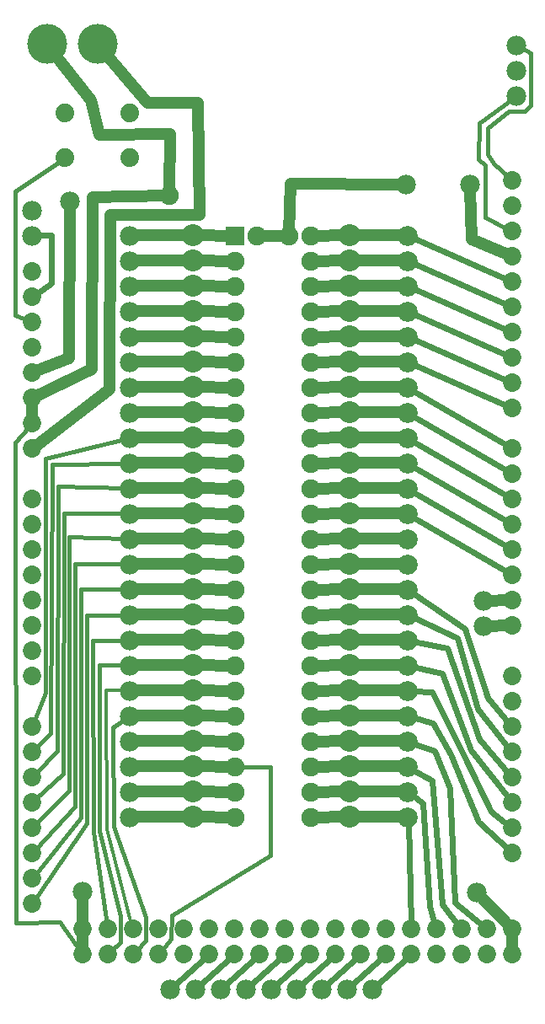
<source format=gtl>
G04 MADE WITH FRITZING*
G04 WWW.FRITZING.ORG*
G04 DOUBLE SIDED*
G04 HOLES PLATED*
G04 CONTOUR ON CENTER OF CONTOUR VECTOR*
%ASAXBY*%
%FSLAX23Y23*%
%MOIN*%
%OFA0B0*%
%SFA1.0B1.0*%
%ADD10C,0.075000*%
%ADD11C,0.072917*%
%ADD12C,0.078000*%
%ADD13C,0.079370*%
%ADD14C,0.087244*%
%ADD15C,0.157480*%
%ADD16C,0.074000*%
%ADD17C,0.075433*%
%ADD18R,0.075000X0.075000*%
%ADD19C,0.048000*%
%ADD20C,0.016000*%
%ADD21C,0.012000*%
%ADD22C,0.024000*%
%LNCOPPER1*%
G90*
G70*
G54D10*
X906Y3052D03*
X1206Y3052D03*
X906Y2952D03*
X1206Y2952D03*
X906Y2852D03*
X1206Y2852D03*
X906Y2752D03*
X1206Y2752D03*
X906Y2652D03*
X1206Y2652D03*
X906Y2552D03*
X1206Y2552D03*
X906Y2452D03*
X1206Y2452D03*
X906Y2352D03*
X1206Y2352D03*
X906Y2252D03*
X1206Y2252D03*
X906Y2152D03*
X1206Y2152D03*
X906Y2052D03*
X1206Y2052D03*
X906Y1952D03*
X1206Y1952D03*
X906Y1852D03*
X1206Y1852D03*
X906Y1752D03*
X1206Y1752D03*
X906Y1652D03*
X1206Y1652D03*
X906Y1552D03*
X1206Y1552D03*
X906Y1452D03*
X1206Y1452D03*
X906Y1352D03*
X1206Y1352D03*
X906Y1252D03*
X1206Y1252D03*
X906Y1152D03*
X1206Y1152D03*
X906Y1052D03*
X1206Y1052D03*
X906Y952D03*
X1206Y952D03*
X906Y852D03*
X1206Y852D03*
X906Y752D03*
X1206Y752D03*
G54D11*
X103Y1011D03*
X103Y2611D03*
X103Y911D03*
X103Y811D03*
X103Y711D03*
X103Y611D03*
X1503Y311D03*
X103Y511D03*
X103Y411D03*
X2003Y2571D03*
X103Y2011D03*
X103Y1911D03*
X103Y1811D03*
X103Y1711D03*
X703Y311D03*
X103Y1611D03*
X103Y1511D03*
X103Y1411D03*
X103Y1311D03*
X2003Y1811D03*
X1903Y311D03*
X1103Y311D03*
X303Y311D03*
X2003Y2971D03*
X103Y2211D03*
X2003Y2211D03*
X1703Y311D03*
X1303Y311D03*
X903Y311D03*
X2003Y611D03*
X503Y311D03*
X2003Y711D03*
X2003Y811D03*
X2003Y911D03*
X2003Y1011D03*
X2003Y1111D03*
X2003Y1211D03*
X2003Y1311D03*
X2003Y3171D03*
X2003Y2771D03*
X2003Y2371D03*
X103Y2811D03*
X103Y2411D03*
X2003Y1611D03*
X2003Y2011D03*
X2003Y311D03*
X1803Y311D03*
X1603Y311D03*
X1403Y311D03*
X1203Y311D03*
X1003Y311D03*
X803Y311D03*
X603Y311D03*
X403Y311D03*
X2003Y3271D03*
X2003Y3071D03*
X2003Y2871D03*
X2003Y2671D03*
X2003Y2471D03*
X103Y2911D03*
X103Y2711D03*
X103Y2511D03*
X103Y2311D03*
X2003Y1511D03*
X2003Y1711D03*
X2003Y1911D03*
X2003Y2111D03*
X2003Y211D03*
X1903Y211D03*
X1803Y211D03*
X1703Y211D03*
X1603Y211D03*
X1503Y211D03*
X1403Y211D03*
X1303Y211D03*
X1203Y211D03*
X1103Y211D03*
X1003Y211D03*
X903Y211D03*
X803Y211D03*
X703Y211D03*
X603Y211D03*
X503Y211D03*
X403Y211D03*
X303Y211D03*
X103Y1111D03*
G54D12*
X489Y3053D03*
X489Y2953D03*
X489Y2853D03*
X489Y2753D03*
X489Y2653D03*
X489Y2553D03*
X489Y2453D03*
X489Y2353D03*
X489Y2253D03*
X489Y2153D03*
X489Y2053D03*
X489Y1953D03*
X489Y1853D03*
X489Y1753D03*
X489Y1653D03*
X489Y1553D03*
X489Y1453D03*
X489Y1353D03*
X489Y1253D03*
X489Y1153D03*
X489Y1053D03*
X489Y953D03*
X489Y853D03*
X489Y753D03*
G54D13*
X1591Y3053D03*
X1591Y2953D03*
X1591Y2853D03*
X1591Y2753D03*
X1591Y2653D03*
X1591Y2553D03*
X1591Y2453D03*
X1591Y2353D03*
X1591Y2253D03*
X1591Y2153D03*
X1591Y2053D03*
X1591Y1953D03*
X1591Y1853D03*
X1591Y1753D03*
X1591Y1653D03*
X1591Y1553D03*
X1591Y1453D03*
X1591Y1353D03*
X1591Y1253D03*
X1591Y1153D03*
X1591Y1053D03*
X1591Y953D03*
X1591Y853D03*
X1591Y753D03*
G54D14*
X741Y3054D03*
X741Y2954D03*
X741Y2854D03*
X741Y2754D03*
X741Y2654D03*
X741Y2554D03*
X741Y2454D03*
X741Y2354D03*
X741Y2254D03*
X741Y2154D03*
X741Y2054D03*
X741Y1954D03*
X741Y1854D03*
X741Y1754D03*
X741Y1654D03*
X741Y1554D03*
X741Y1454D03*
X741Y1354D03*
X741Y1254D03*
X741Y1154D03*
X741Y1054D03*
X741Y954D03*
X741Y854D03*
X741Y754D03*
X1359Y3054D03*
X1359Y2954D03*
X1359Y2854D03*
X1359Y2754D03*
X1359Y2654D03*
X1359Y2554D03*
X1359Y2454D03*
X1359Y2354D03*
X1359Y2254D03*
X1359Y2154D03*
X1359Y2054D03*
X1359Y1954D03*
X1359Y1854D03*
X1359Y1754D03*
X1359Y1654D03*
X1359Y1554D03*
X1359Y1454D03*
X1359Y1354D03*
X1359Y1254D03*
X1359Y1154D03*
X1359Y1054D03*
X1359Y954D03*
X1359Y854D03*
X1359Y754D03*
G54D12*
X1863Y457D03*
X304Y458D03*
X1836Y3256D03*
X253Y3189D03*
G54D15*
X162Y3811D03*
X363Y3811D03*
G54D12*
X1891Y1610D03*
X1891Y1510D03*
X1450Y71D03*
X1350Y71D03*
X1250Y71D03*
X1150Y71D03*
X1050Y71D03*
X950Y71D03*
X850Y71D03*
X750Y71D03*
X650Y71D03*
X103Y3153D03*
X103Y3053D03*
X2021Y3807D03*
X2021Y3707D03*
X2021Y3607D03*
G54D16*
X233Y3539D03*
X489Y3539D03*
X233Y3361D03*
X489Y3361D03*
X233Y3539D03*
X489Y3539D03*
X233Y3361D03*
X489Y3361D03*
G54D12*
X1584Y3256D03*
G54D17*
X648Y3212D03*
X1119Y3051D03*
X993Y3051D03*
G54D18*
X906Y3052D03*
G54D19*
X249Y2570D02*
X121Y2518D01*
D02*
X253Y3170D02*
X249Y2570D01*
D02*
X1836Y3237D02*
X1843Y3039D01*
D02*
X1843Y3039D02*
X1986Y2979D01*
D02*
X1990Y325D02*
X1876Y443D01*
D02*
X2003Y230D02*
X2003Y292D01*
D02*
X304Y439D02*
X303Y330D01*
D02*
X303Y230D02*
X303Y292D01*
D02*
X371Y3453D02*
X650Y3457D01*
D02*
X335Y3590D02*
X371Y3453D01*
D02*
X630Y3212D02*
X344Y3205D01*
D02*
X650Y3457D02*
X648Y3230D01*
D02*
X187Y3780D02*
X335Y3590D01*
D02*
X344Y3205D02*
X339Y2527D01*
D02*
X339Y2527D02*
X120Y2420D01*
D02*
X761Y3579D02*
X765Y3135D01*
D02*
X559Y3579D02*
X761Y3579D01*
D02*
X765Y3135D02*
X414Y3134D01*
D02*
X388Y3781D02*
X559Y3579D01*
D02*
X414Y3134D02*
X411Y2445D01*
D02*
X717Y3054D02*
X508Y3054D01*
D02*
X717Y2954D02*
X508Y2954D01*
D02*
X717Y2854D02*
X508Y2854D01*
D02*
X717Y2754D02*
X508Y2754D01*
D02*
X717Y2654D02*
X508Y2654D01*
D02*
X717Y2554D02*
X508Y2554D01*
D02*
X717Y2454D02*
X508Y2454D01*
D02*
X717Y2354D02*
X508Y2354D01*
D02*
X717Y2254D02*
X508Y2254D01*
D02*
X717Y2154D02*
X508Y2154D01*
D02*
X717Y2054D02*
X508Y2054D01*
D02*
X717Y1954D02*
X508Y1954D01*
D02*
X717Y1854D02*
X508Y1854D01*
D02*
X717Y1754D02*
X508Y1754D01*
D02*
X717Y1654D02*
X508Y1654D01*
D02*
X717Y1554D02*
X508Y1554D01*
D02*
X717Y1454D02*
X508Y1454D01*
D02*
X717Y1354D02*
X508Y1354D01*
D02*
X717Y1254D02*
X508Y1254D01*
D02*
X1572Y754D02*
X1383Y754D01*
D02*
X1572Y854D02*
X1383Y854D01*
D02*
X1572Y954D02*
X1383Y954D01*
D02*
X1572Y1054D02*
X1383Y1054D01*
D02*
X1572Y1154D02*
X1383Y1154D01*
D02*
X1572Y1254D02*
X1383Y1254D01*
D02*
X1572Y1354D02*
X1383Y1354D01*
D02*
X1572Y1454D02*
X1383Y1454D01*
D02*
X1572Y1554D02*
X1383Y1554D01*
D02*
X1572Y1654D02*
X1383Y1654D01*
D02*
X1572Y1754D02*
X1383Y1754D01*
D02*
X1572Y1854D02*
X1383Y1854D01*
D02*
X1572Y1954D02*
X1383Y1954D01*
D02*
X1572Y2054D02*
X1383Y2054D01*
D02*
X1572Y2154D02*
X1383Y2154D01*
D02*
X1572Y2254D02*
X1383Y2254D01*
D02*
X1572Y2354D02*
X1383Y2354D01*
D02*
X1572Y2454D02*
X1383Y2454D01*
D02*
X1572Y2554D02*
X1383Y2554D01*
D02*
X1572Y2654D02*
X1383Y2654D01*
D02*
X1572Y2754D02*
X1383Y2754D01*
D02*
X1572Y2854D02*
X1383Y2854D01*
D02*
X1572Y2954D02*
X1383Y2954D01*
D02*
X1572Y3054D02*
X1383Y3054D01*
G54D20*
D02*
X471Y2249D02*
X158Y2173D01*
D02*
X158Y1244D02*
X111Y1129D01*
D02*
X158Y2173D02*
X158Y1244D01*
D02*
X182Y2150D02*
X178Y1086D01*
D02*
X178Y1086D02*
X117Y1025D01*
D02*
X470Y2153D02*
X182Y2150D01*
D02*
X206Y2063D02*
X202Y1016D01*
D02*
X470Y2054D02*
X206Y2063D01*
D02*
X202Y1016D02*
X116Y925D01*
D02*
X225Y925D02*
X117Y824D01*
D02*
X470Y1954D02*
X229Y1957D01*
D02*
X229Y1957D02*
X225Y925D01*
D02*
X249Y1862D02*
X249Y858D01*
D02*
X249Y858D02*
X117Y725D01*
D02*
X470Y1854D02*
X249Y1862D01*
D02*
X272Y1756D02*
X272Y795D01*
D02*
X470Y1754D02*
X272Y1756D01*
D02*
X272Y795D02*
X116Y625D01*
D02*
X296Y1654D02*
X296Y752D01*
D02*
X296Y752D02*
X115Y526D01*
D02*
X470Y1654D02*
X296Y1654D01*
D02*
X320Y729D02*
X114Y427D01*
D02*
X320Y1551D02*
X320Y729D01*
D02*
X470Y1553D02*
X320Y1551D01*
D02*
X343Y1453D02*
X347Y696D01*
D02*
X347Y696D02*
X401Y330D01*
D02*
X470Y1453D02*
X343Y1453D01*
D02*
X371Y700D02*
X371Y1354D01*
D02*
X454Y362D02*
X371Y700D01*
D02*
X417Y224D02*
X454Y259D01*
D02*
X454Y259D02*
X454Y362D01*
D02*
X371Y1354D02*
X470Y1354D01*
G54D21*
D02*
X398Y1255D02*
X399Y704D01*
D02*
X399Y704D02*
X498Y330D01*
D02*
X470Y1254D02*
X398Y1255D01*
G54D20*
D02*
X426Y717D02*
X552Y359D01*
D02*
X552Y359D02*
X552Y264D01*
D02*
X552Y264D02*
X516Y225D01*
D02*
X422Y1110D02*
X426Y717D01*
D02*
X473Y1143D02*
X422Y1110D01*
D02*
X489Y953D02*
X650Y953D01*
D02*
X1048Y602D02*
X655Y366D01*
D02*
X655Y366D02*
X654Y272D01*
G54D19*
D02*
X765Y954D02*
X888Y952D01*
G54D20*
D02*
X654Y272D02*
X616Y226D01*
G54D19*
D02*
X717Y1154D02*
X508Y1154D01*
D02*
X717Y1054D02*
X508Y1054D01*
D02*
X717Y954D02*
X508Y954D01*
G54D22*
D02*
X1609Y3045D02*
X1986Y2879D01*
D02*
X1986Y2779D02*
X1609Y2945D01*
D02*
X1986Y2679D02*
X1609Y2845D01*
D02*
X1986Y2579D02*
X1609Y2745D01*
D02*
X1986Y2479D02*
X1609Y2645D01*
D02*
X1986Y2379D02*
X1609Y2545D01*
D02*
X1987Y2221D02*
X1608Y2443D01*
D02*
X1987Y2121D02*
X1608Y2343D01*
D02*
X1987Y2021D02*
X1608Y2243D01*
D02*
X1987Y1921D02*
X1608Y2143D01*
D02*
X1987Y1821D02*
X1608Y2043D01*
D02*
X1987Y1721D02*
X1608Y1943D01*
D02*
X1816Y1499D02*
X1608Y1642D01*
D02*
X1906Y1224D02*
X1816Y1499D01*
D02*
X1991Y1126D02*
X1906Y1224D01*
D02*
X1867Y1181D02*
X1991Y1026D01*
D02*
X1785Y1461D02*
X1867Y1181D01*
D02*
X1609Y1545D02*
X1785Y1461D01*
D02*
X1745Y1422D02*
X1611Y1449D01*
D02*
X1874Y1063D02*
X1745Y1422D01*
D02*
X1991Y926D02*
X1874Y1063D01*
D02*
X1840Y1020D02*
X1726Y1322D01*
D02*
X1726Y1322D02*
X1611Y1349D01*
D02*
X1992Y826D02*
X1840Y1020D01*
D02*
X1812Y996D02*
X1685Y1248D01*
D02*
X1919Y776D02*
X1812Y996D01*
D02*
X1685Y1248D02*
X1611Y1252D01*
D02*
X1988Y723D02*
X1919Y776D01*
D02*
X1760Y1003D02*
X1689Y1126D01*
D02*
X1689Y1126D02*
X1610Y1148D01*
D02*
X1871Y737D02*
X1760Y1003D01*
D02*
X1989Y624D02*
X1871Y737D01*
D02*
X1777Y417D02*
X1756Y870D01*
D02*
X1756Y870D02*
X1695Y1016D01*
D02*
X1695Y1016D02*
X1610Y1047D01*
D02*
X1889Y323D02*
X1777Y417D01*
D02*
X1726Y409D02*
X1791Y326D01*
D02*
X1608Y943D02*
X1685Y898D01*
D02*
X1685Y898D02*
X1726Y409D01*
D02*
X1678Y402D02*
X1698Y330D01*
D02*
X1651Y810D02*
X1678Y402D01*
D02*
X1607Y842D02*
X1651Y810D01*
D02*
X1592Y734D02*
X1603Y330D01*
G54D19*
D02*
X411Y2445D02*
X119Y2223D01*
D02*
X103Y2330D02*
X103Y2392D01*
D02*
X717Y854D02*
X508Y854D01*
D02*
X717Y754D02*
X508Y754D01*
D02*
X1984Y1611D02*
X1910Y1610D01*
D02*
X1984Y1511D02*
X1910Y1510D01*
G54D22*
D02*
X1464Y84D02*
X1589Y198D01*
D02*
X1364Y84D02*
X1489Y198D01*
D02*
X1264Y84D02*
X1389Y198D01*
D02*
X1164Y84D02*
X1289Y198D01*
D02*
X1064Y84D02*
X1189Y198D01*
D02*
X964Y84D02*
X1089Y198D01*
D02*
X864Y84D02*
X989Y198D01*
D02*
X764Y84D02*
X889Y198D01*
D02*
X664Y84D02*
X789Y198D01*
D02*
X179Y2866D02*
X119Y2822D01*
D02*
X179Y3055D02*
X179Y2866D01*
D02*
X122Y3054D02*
X179Y3055D01*
G54D20*
D02*
X1906Y3374D02*
X1930Y3338D01*
D02*
X2052Y3544D02*
X1990Y3544D01*
D02*
X1990Y3544D02*
X1906Y3480D01*
D02*
X1930Y3338D02*
X1989Y3284D01*
D02*
X2076Y3776D02*
X2076Y3570D01*
D02*
X1906Y3480D02*
X1906Y3374D01*
D02*
X2037Y3798D02*
X2076Y3776D01*
D02*
X2076Y3570D02*
X2052Y3544D01*
D02*
X1871Y3355D02*
X1895Y3331D01*
D02*
X1895Y3331D02*
X1898Y3126D01*
D02*
X2005Y3596D02*
X1874Y3499D01*
D02*
X1874Y3499D02*
X1871Y3355D01*
D02*
X1898Y3126D02*
X1986Y3080D01*
D02*
X37Y2740D02*
X86Y2719D01*
D02*
X37Y3228D02*
X37Y2740D01*
D02*
X217Y3350D02*
X37Y3228D01*
D02*
X214Y339D02*
X41Y337D01*
D02*
X41Y337D02*
X36Y2237D01*
D02*
X292Y227D02*
X214Y339D01*
D02*
X36Y2237D02*
X91Y2297D01*
G54D19*
D02*
X1128Y3259D02*
X1565Y3256D01*
D02*
X1120Y3069D02*
X1128Y3259D01*
D02*
X1336Y3054D02*
X1223Y3052D01*
D02*
X1336Y2954D02*
X1223Y2952D01*
D02*
X1336Y2854D02*
X1223Y2852D01*
D02*
X1336Y2754D02*
X1223Y2752D01*
D02*
X1336Y2654D02*
X1223Y2652D01*
D02*
X1336Y2554D02*
X1223Y2552D01*
D02*
X1336Y2454D02*
X1223Y2452D01*
D02*
X1336Y2254D02*
X1223Y2252D01*
D02*
X1336Y2354D02*
X1223Y2352D01*
D02*
X1336Y2054D02*
X1223Y2052D01*
D02*
X1336Y2154D02*
X1223Y2152D01*
D02*
X1336Y1954D02*
X1223Y1952D01*
D02*
X1336Y1854D02*
X1223Y1852D01*
D02*
X1336Y1754D02*
X1223Y1752D01*
D02*
X1336Y1654D02*
X1223Y1652D01*
D02*
X1336Y1554D02*
X1223Y1552D01*
D02*
X1336Y1454D02*
X1223Y1452D01*
D02*
X1336Y1354D02*
X1223Y1352D01*
D02*
X1336Y1254D02*
X1223Y1252D01*
D02*
X1336Y1154D02*
X1223Y1152D01*
D02*
X1336Y1054D02*
X1223Y1052D01*
D02*
X1336Y954D02*
X1223Y952D01*
D02*
X1336Y854D02*
X1223Y852D01*
D02*
X1336Y754D02*
X1223Y752D01*
G54D20*
D02*
X1048Y602D02*
X1048Y953D01*
D02*
X1048Y953D02*
X923Y952D01*
G54D19*
D02*
X765Y854D02*
X888Y852D01*
D02*
X765Y754D02*
X888Y752D01*
D02*
X888Y1052D02*
X765Y1054D01*
D02*
X765Y1154D02*
X888Y1152D01*
D02*
X765Y1254D02*
X888Y1252D01*
D02*
X765Y1354D02*
X888Y1352D01*
D02*
X765Y1454D02*
X888Y1452D01*
D02*
X765Y1554D02*
X888Y1552D01*
D02*
X765Y1654D02*
X888Y1652D01*
D02*
X765Y1754D02*
X888Y1752D01*
D02*
X765Y1854D02*
X888Y1852D01*
D02*
X765Y1954D02*
X888Y1952D01*
D02*
X765Y2054D02*
X888Y2052D01*
D02*
X765Y2154D02*
X888Y2152D01*
D02*
X765Y2254D02*
X888Y2252D01*
D02*
X765Y2354D02*
X888Y2352D01*
D02*
X765Y2454D02*
X888Y2452D01*
D02*
X765Y2554D02*
X888Y2552D01*
D02*
X765Y2654D02*
X888Y2652D01*
D02*
X765Y2754D02*
X888Y2752D01*
D02*
X765Y2854D02*
X888Y2852D01*
D02*
X765Y2954D02*
X888Y2952D01*
D02*
X765Y3054D02*
X888Y3052D01*
D02*
X1101Y3051D02*
X1011Y3051D01*
G04 End of Copper1*
M02*
</source>
